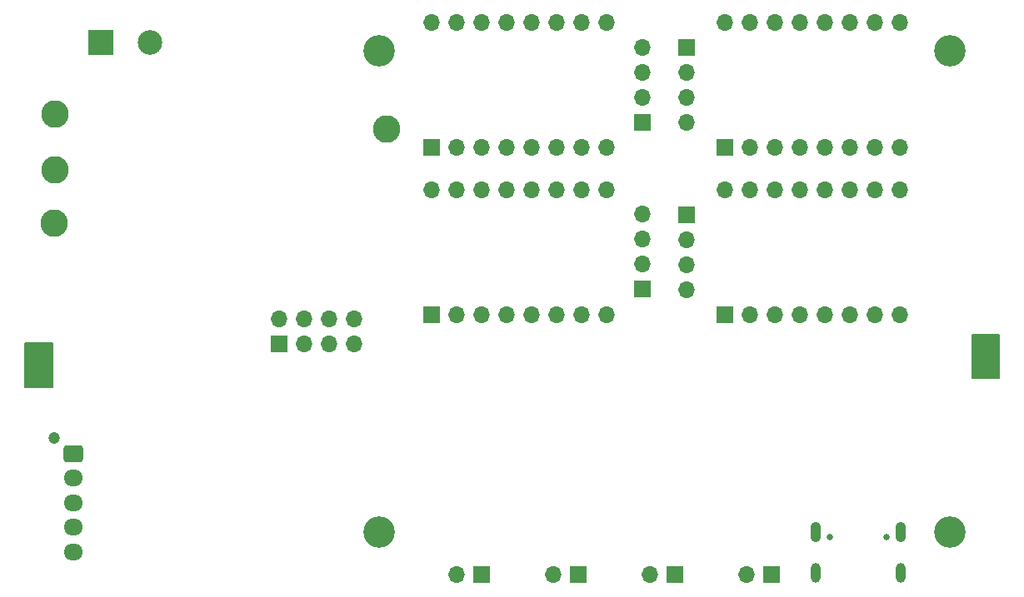
<source format=gbr>
%TF.GenerationSoftware,KiCad,Pcbnew,(6.0.4-0)*%
%TF.CreationDate,2022-05-20T14:50:06+02:00*%
%TF.ProjectId,Huge-Stepper-Driver,48756765-2d53-4746-9570-7065722d4472,rev?*%
%TF.SameCoordinates,Original*%
%TF.FileFunction,Soldermask,Bot*%
%TF.FilePolarity,Negative*%
%FSLAX46Y46*%
G04 Gerber Fmt 4.6, Leading zero omitted, Abs format (unit mm)*
G04 Created by KiCad (PCBNEW (6.0.4-0)) date 2022-05-20 14:50:06*
%MOMM*%
%LPD*%
G01*
G04 APERTURE LIST*
G04 Aperture macros list*
%AMRoundRect*
0 Rectangle with rounded corners*
0 $1 Rounding radius*
0 $2 $3 $4 $5 $6 $7 $8 $9 X,Y pos of 4 corners*
0 Add a 4 corners polygon primitive as box body*
4,1,4,$2,$3,$4,$5,$6,$7,$8,$9,$2,$3,0*
0 Add four circle primitives for the rounded corners*
1,1,$1+$1,$2,$3*
1,1,$1+$1,$4,$5*
1,1,$1+$1,$6,$7*
1,1,$1+$1,$8,$9*
0 Add four rect primitives between the rounded corners*
20,1,$1+$1,$2,$3,$4,$5,0*
20,1,$1+$1,$4,$5,$6,$7,0*
20,1,$1+$1,$6,$7,$8,$9,0*
20,1,$1+$1,$8,$9,$2,$3,0*%
G04 Aperture macros list end*
%ADD10C,0.150000*%
%ADD11R,1.700000X1.700000*%
%ADD12O,1.700000X1.700000*%
%ADD13R,2.500000X2.500000*%
%ADD14C,2.500000*%
%ADD15C,2.800000*%
%ADD16C,3.200000*%
%ADD17C,0.650000*%
%ADD18O,1.050000X2.100000*%
%ADD19O,1.000000X2.000000*%
%ADD20C,1.200000*%
%ADD21RoundRect,0.250000X-0.725000X0.600000X-0.725000X-0.600000X0.725000X-0.600000X0.725000X0.600000X0*%
%ADD22O,1.950000X1.700000*%
G04 APERTURE END LIST*
D10*
X186260000Y-110870000D02*
X189030000Y-110870000D01*
X189030000Y-110870000D02*
X189030000Y-115290000D01*
X189030000Y-115290000D02*
X186260000Y-115290000D01*
X186260000Y-115290000D02*
X186260000Y-110870000D01*
G36*
X186260000Y-110870000D02*
G01*
X189030000Y-110870000D01*
X189030000Y-115290000D01*
X186260000Y-115290000D01*
X186260000Y-110870000D01*
G37*
X90035000Y-111770000D02*
X92805000Y-111770000D01*
X92805000Y-111770000D02*
X92805000Y-116190000D01*
X92805000Y-116190000D02*
X90035000Y-116190000D01*
X90035000Y-116190000D02*
X90035000Y-111770000D01*
G36*
X90035000Y-111770000D02*
G01*
X92805000Y-111770000D01*
X92805000Y-116190000D01*
X90035000Y-116190000D01*
X90035000Y-111770000D01*
G37*
D11*
%TO.C,U5*%
X131317500Y-91871800D03*
D12*
X133857500Y-91871800D03*
X136397500Y-91871800D03*
X138937500Y-91871800D03*
X141477500Y-91871800D03*
X144017500Y-91871800D03*
X146557500Y-91871800D03*
X149097500Y-91871800D03*
X149097500Y-79171800D03*
X146557500Y-79171800D03*
X144017500Y-79171800D03*
X141477500Y-79171800D03*
X138937500Y-79171800D03*
X136397500Y-79171800D03*
X133857500Y-79171800D03*
X131317500Y-79171800D03*
%TD*%
D11*
%TO.C,J4*%
X136460000Y-135240000D03*
D12*
X133920000Y-135240000D03*
%TD*%
D13*
%TO.C,J1*%
X97750000Y-81150000D03*
D14*
X102750000Y-81150000D03*
%TD*%
D15*
%TO.C,TP4*%
X93000000Y-99560000D03*
%TD*%
D16*
%TO.C,H2*%
X184000000Y-82000000D03*
%TD*%
%TO.C,H1*%
X126000000Y-82000000D03*
%TD*%
D11*
%TO.C,J6*%
X156069840Y-135240000D03*
D12*
X153529840Y-135240000D03*
%TD*%
D11*
%TO.C,J14*%
X157227500Y-98680000D03*
D12*
X157227500Y-101220000D03*
X157227500Y-103760000D03*
X157227500Y-106300000D03*
%TD*%
D17*
%TO.C,J2*%
X171820000Y-131440000D03*
X177600000Y-131440000D03*
D18*
X170390000Y-130940000D03*
D19*
X170390000Y-135120000D03*
X179030000Y-135120000D03*
D18*
X179030000Y-130940000D03*
%TD*%
D11*
%TO.C,J5*%
X146264920Y-135240000D03*
D12*
X143724920Y-135240000D03*
%TD*%
D15*
%TO.C,TP1*%
X126760000Y-89980000D03*
%TD*%
D16*
%TO.C,H3*%
X126000000Y-131000000D03*
%TD*%
D11*
%TO.C,J8*%
X157227500Y-81721800D03*
D12*
X157227500Y-84261800D03*
X157227500Y-86801800D03*
X157227500Y-89341800D03*
%TD*%
D11*
%TO.C,J9*%
X165874760Y-135240000D03*
D12*
X163334760Y-135240000D03*
%TD*%
D11*
%TO.C,U8*%
X161134200Y-108830000D03*
D12*
X163674200Y-108830000D03*
X166214200Y-108830000D03*
X168754200Y-108830000D03*
X171294200Y-108830000D03*
X173834200Y-108830000D03*
X176374200Y-108830000D03*
X178914200Y-108830000D03*
X178914200Y-96130000D03*
X176374200Y-96130000D03*
X173834200Y-96130000D03*
X171294200Y-96130000D03*
X168754200Y-96130000D03*
X166214200Y-96130000D03*
X163674200Y-96130000D03*
X161134200Y-96130000D03*
%TD*%
D11*
%TO.C,U6*%
X161134200Y-91871800D03*
D12*
X163674200Y-91871800D03*
X166214200Y-91871800D03*
X168754200Y-91871800D03*
X171294200Y-91871800D03*
X173834200Y-91871800D03*
X176374200Y-91871800D03*
X178914200Y-91871800D03*
X178914200Y-79171800D03*
X176374200Y-79171800D03*
X173834200Y-79171800D03*
X171294200Y-79171800D03*
X168754200Y-79171800D03*
X166214200Y-79171800D03*
X163674200Y-79171800D03*
X161134200Y-79171800D03*
%TD*%
D11*
%TO.C,J13*%
X152790000Y-106280000D03*
D12*
X152790000Y-103740000D03*
X152790000Y-101200000D03*
X152790000Y-98660000D03*
%TD*%
D15*
%TO.C,TP2*%
X93050000Y-94120000D03*
%TD*%
D11*
%TO.C,J7*%
X152790000Y-89321800D03*
D12*
X152790000Y-86781800D03*
X152790000Y-84241800D03*
X152790000Y-81701800D03*
%TD*%
D11*
%TO.C,J3*%
X115850000Y-111850000D03*
D12*
X115850000Y-109310000D03*
X118390000Y-111850000D03*
X118390000Y-109310000D03*
X120930000Y-111850000D03*
X120930000Y-109310000D03*
X123470000Y-111850000D03*
X123470000Y-109310000D03*
%TD*%
D15*
%TO.C,TP3*%
X93050000Y-88450000D03*
%TD*%
D11*
%TO.C,U7*%
X131317500Y-108830000D03*
D12*
X133857500Y-108830000D03*
X136397500Y-108830000D03*
X138937500Y-108830000D03*
X141477500Y-108830000D03*
X144017500Y-108830000D03*
X146557500Y-108830000D03*
X149097500Y-108830000D03*
X149097500Y-96130000D03*
X146557500Y-96130000D03*
X144017500Y-96130000D03*
X141477500Y-96130000D03*
X138937500Y-96130000D03*
X136397500Y-96130000D03*
X133857500Y-96130000D03*
X131317500Y-96130000D03*
%TD*%
D16*
%TO.C,H4*%
X184000000Y-131000000D03*
%TD*%
D20*
%TO.C,J21*%
X92972600Y-121392000D03*
D21*
X94972600Y-122992000D03*
D22*
X94972600Y-125492000D03*
X94972600Y-127992000D03*
X94972600Y-130492000D03*
X94972600Y-132992000D03*
%TD*%
M02*

</source>
